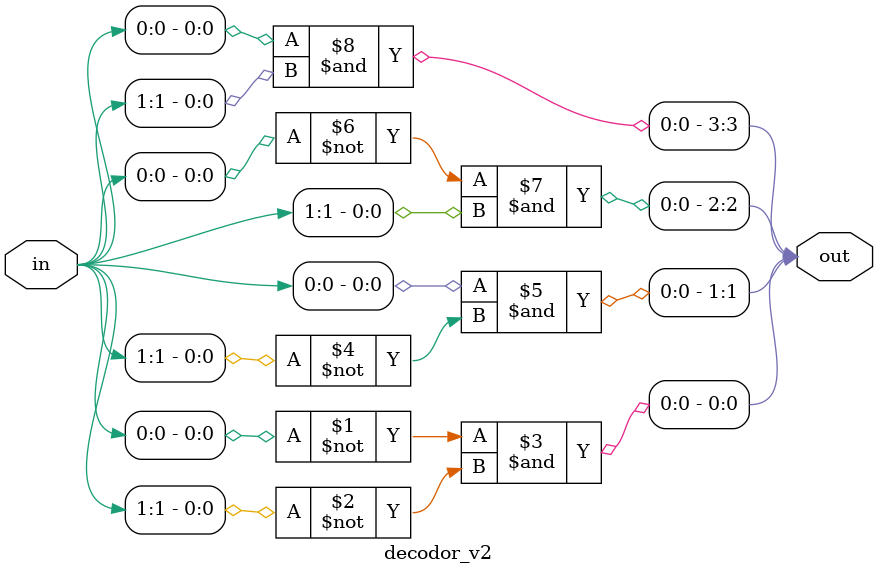
<source format=v>
module decodor_v2
	(
		input wire [1:0] in,
		output wire [3:0] out 
	);
	
	// fiecare bit din iesire calculat independent
assign out[0] = ~in[0] & ~in[1];
assign out[1] = in[0] & ~in[1];
assign out[2] = ~in[0] & in[1];
assign out[3] = in[0] & in[1];

endmodule

</source>
